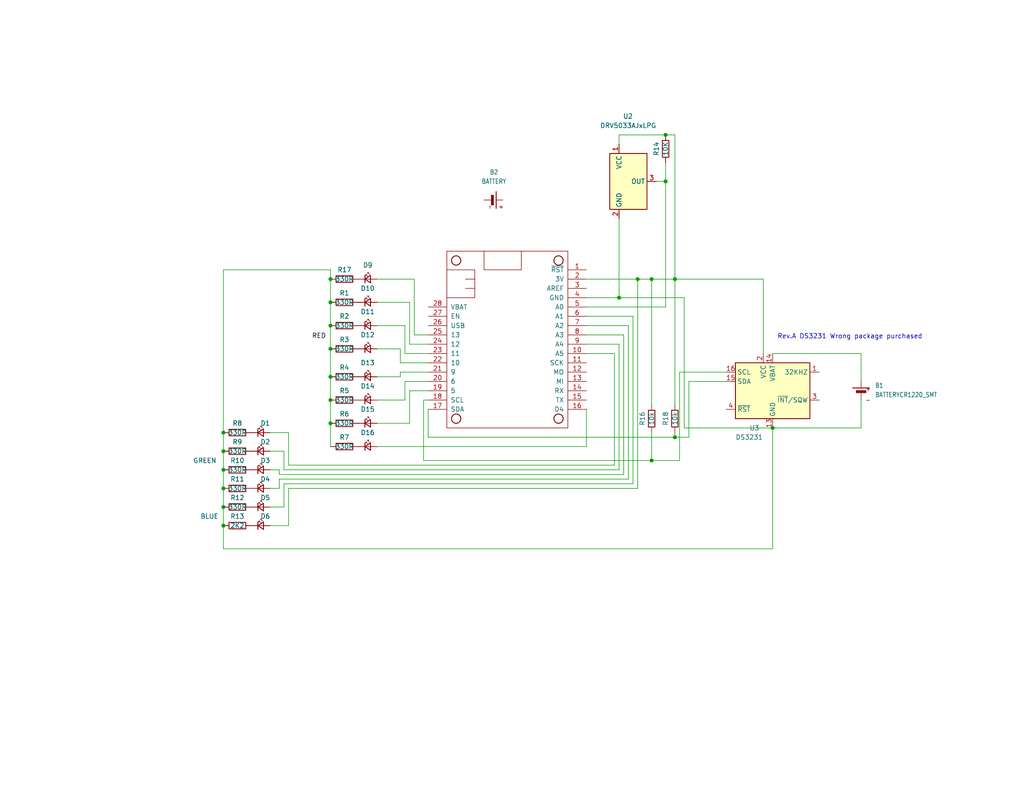
<source format=kicad_sch>
(kicad_sch (version 20230121) (generator eeschema)
  (paper "A")
  (title_block (title "Lunch n Learn Propeller clock") (date "1/21/2025") (rev "A") (company "Woods Hole Oceanographic Institution") (comment 1 "AVAST") (comment 2 "266 Woods Hole Road") (comment 3 "Woods Hole, MA 02543"))
  (lib_symbols
    (symbol "Adafruit:FEATHERWING" (pin_names (offset 1.016))
      (symbol "FEATHERWING_1_0"
        (polyline (pts (xy 0 0) (xy 48.26 0)))
        (polyline (pts (xy 0 12.7) (xy 0 0)))
        (polyline (pts (xy 0 22.86) (xy 0 12.7)))
        (polyline (pts (xy 0 22.86) (xy 5.08 22.86)))
        (polyline (pts (xy 0 33.02) (xy 0 22.86)))
        (polyline (pts (xy 5.08 12.7) (xy 0 12.7)))
        (polyline (pts (xy 5.08 22.86) (xy 5.08 12.7)))
        (polyline (pts (xy 5.08 25.4) (xy 7.62 25.4)))
        (polyline (pts (xy 5.08 33.02) (xy 0 33.02)))
        (polyline (pts (xy 5.08 33.02) (xy 5.08 25.4)))
        (polyline (pts (xy 7.62 25.4) (xy 10.16 25.4)))
        (polyline (pts (xy 7.62 27.94) (xy 7.62 25.4)))
        (polyline (pts (xy 10.16 25.4) (xy 12.7 25.4)))
        (polyline (pts (xy 10.16 27.94) (xy 10.16 25.4)))
        (polyline (pts (xy 12.7 25.4) (xy 12.7 33.02)))
        (polyline (pts (xy 12.7 33.02) (xy 5.08 33.02)))
        (polyline (pts (xy 48.26 0) (xy 48.26 33.02)))
        (polyline (pts (xy 48.26 33.02) (xy 12.7 33.02)))
        (circle (center 2.54 2.54) (radius 1.27) (stroke (width 0.254)))
        (circle (center 2.54 30.48) (radius 1.27) (stroke (width 0.254)))
        (circle (center 45.72 2.54) (radius 1.27) (stroke (width 0.254)))
        (circle (center 45.72 30.48) (radius 1.27) (stroke (width 0.254)))
        (pin input line (at 5.08 -5.08 90) (length 5.08) (name "~{RST}") (number "1"))
        (pin bidirectional line (at 27.94 -5.08 90) (length 5.08) (name "A5") (number "10"))
        (pin bidirectional line (at 30.48 -5.08 90) (length 5.08) (name "SCK") (number "11"))
        (pin bidirectional line (at 33.02 -5.08 90) (length 5.08) (name "MO") (number "12"))
        (pin bidirectional line (at 35.56 -5.08 90) (length 5.08) (name "MI") (number "13"))
        (pin bidirectional line (at 38.1 -5.08 90) (length 5.08) (name "RX") (number "14"))
        (pin bidirectional line (at 40.64 -5.08 90) (length 5.08) (name "TX") (number "15"))
        (pin passive line (at 43.18 -5.08 90) (length 5.08) (name "D4") (number "16"))
        (pin bidirectional line (at 43.18 38.1 270) (length 5.08) (name "SDA") (number "17"))
        (pin bidirectional line (at 40.64 38.1 270) (length 5.08) (name "SCL") (number "18"))
        (pin bidirectional line (at 38.1 38.1 270) (length 5.08) (name "5") (number "19"))
        (pin power_in line (at 7.62 -5.08 90) (length 5.08) (name "3V") (number "2"))
        (pin bidirectional line (at 35.56 38.1 270) (length 5.08) (name "6") (number "20"))
        (pin bidirectional line (at 33.02 38.1 270) (length 5.08) (name "9") (number "21"))
        (pin bidirectional line (at 30.48 38.1 270) (length 5.08) (name "10") (number "22"))
        (pin bidirectional line (at 27.94 38.1 270) (length 5.08) (name "11") (number "23"))
        (pin bidirectional line (at 25.4 38.1 270) (length 5.08) (name "12") (number "24"))
        (pin bidirectional line (at 22.86 38.1 270) (length 5.08) (name "13") (number "25"))
        (pin power_in line (at 20.32 38.1 270) (length 5.08) (name "USB") (number "26"))
        (pin passive line (at 17.78 38.1 270) (length 5.08) (name "EN") (number "27"))
        (pin power_in line (at 15.24 38.1 270) (length 5.08) (name "VBAT") (number "28"))
        (pin passive line (at 10.16 -5.08 90) (length 5.08) (name "AREF") (number "3"))
        (pin power_in line (at 12.7 -5.08 90) (length 5.08) (name "GND") (number "4"))
        (pin bidirectional line (at 15.24 -5.08 90) (length 5.08) (name "A0") (number "5"))
        (pin bidirectional line (at 17.78 -5.08 90) (length 5.08) (name "A1") (number "6"))
        (pin bidirectional line (at 20.32 -5.08 90) (length 5.08) (name "A2") (number "7"))
        (pin bidirectional line (at 22.86 -5.08 90) (length 5.08) (name "A3") (number "8"))
        (pin bidirectional line (at 25.4 -5.08 90) (length 5.08) (name "A4") (number "9"))
      )
    )
    (symbol "Arduino3231:BATTERY"
      (property "Reference" "B" (at -2.54 3.175 0))
      (property "Value" "BATTERY" (at -2.54 -5.08 0))
      (symbol "BATTERY_1_0"
        (polyline (pts (xy -2.54 0) (xy -0.635 0)) (stroke (width 0.1524)))
        (polyline (pts (xy -0.508 -1.27) (xy -0.508 1.27)) (stroke (width 0.254)))
        (polyline (pts (xy -0.508 1.27) (xy -0.254 1.27)) (stroke (width 0.254)))
        (polyline (pts (xy -0.254 -1.27) (xy -0.508 -1.27)) (stroke (width 0.254)))
        (polyline (pts (xy -0.254 1.27) (xy -0.254 -1.27)) (stroke (width 0.254)))
        (polyline (pts (xy -0.254 1.27) (xy 0 1.27)) (stroke (width 0.254)))
        (polyline (pts (xy 0 -1.27) (xy -0.254 -1.27)) (stroke (width 0.254)))
        (polyline (pts (xy 0 1.27) (xy 0 -1.27)) (stroke (width 0.254)))
        (polyline (pts (xy 0.762 2.286) (xy 0.762 -2.286)) (stroke (width 0.254)))
        (polyline (pts (xy 0.889 0) (xy 2.54 0)) (stroke (width 0.1524)))
        (text "+" (at 1.27 -1.143 900) (effects (font (size 1.27 1.0795)) (justify right top)))
        (text "-" (at -1.778 -1.143 900) (effects (font (size 1.27 1.0795)) (justify right top)))
        (pin passive line (at -2.54 0 0) (length 0) (name "-") (number "1"))
        (pin passive line (at 2.54 0 180) (length 0) (name "+") (number "2"))
      )
    )
    (symbol "Arduino3231:BATTERYCR1220_SMT"
      (property "Reference" "B1" (at 1.4344 -3.81 90))
      (property "Value" "BATTERYCR1220_SMT" (at -1.1056 -3.81 90))
      (symbol "BATTERYCR1220_SMT_1_0"
        (polyline (pts (xy -2.54 0) (xy -0.635 0)) (stroke (width 0.1524)))
        (polyline (pts (xy -0.508 -1.27) (xy -0.508 1.27)) (stroke (width 0.254)))
        (polyline (pts (xy -0.508 1.27) (xy -0.254 1.27)) (stroke (width 0.254)))
        (polyline (pts (xy -0.254 -1.27) (xy -0.508 -1.27)) (stroke (width 0.254)))
        (polyline (pts (xy -0.254 1.27) (xy -0.254 -1.27)) (stroke (width 0.254)))
        (polyline (pts (xy -0.254 1.27) (xy 0 1.27)) (stroke (width 0.254)))
        (polyline (pts (xy 0 -1.27) (xy -0.254 -1.27)) (stroke (width 0.254)))
        (polyline (pts (xy 0 1.27) (xy 0 -1.27)) (stroke (width 0.254)))
        (polyline (pts (xy 0.762 2.286) (xy 0.762 -2.286)) (stroke (width 0.254)))
        (polyline (pts (xy 0.889 0) (xy 2.54 0)) (stroke (width 0.1524)))
        (text "+" (at 1.27 -1.143 900) (effects (font (size 1.27 1.0795)) (justify right top)))
        (text "-" (at -1.778 -1.143 900) (effects (font (size 1.27 1.0795)) (justify right top)))
        (pin passive line (at 2.54 0 180) (length 0) (name "+") (number "+"))
        (pin passive line (at -2.54 0 0) (length 0) (name "-") (number "-"))
      )
    )
    (symbol "Device:LED_Small" (pin_numbers hide) (pin_names (offset 0.254) hide)
      (property "Reference" "D" (at -1.27 3.175 0))
      (property "Value" "LED_Small" (at -4.445 -2.54 0))
      (symbol "LED_Small_0_1"
        (polyline (pts (xy -0.762 -1.016) (xy -0.762 1.016)) (stroke (width 0.254)))
        (polyline (pts (xy 1.016 0) (xy -0.762 0)))
        (polyline (pts (xy 0.762 -1.016) (xy -0.762 0) (xy 0.762 1.016) (xy 0.762 -1.016)) (stroke (width 0.254)))
        (polyline (pts (xy 0 0.762) (xy -0.508 1.27) (xy -0.254 1.27) (xy -0.508 1.27) (xy -0.508 1.016)))
        (polyline (pts (xy 0.508 1.27) (xy 0 1.778) (xy 0.254 1.778) (xy 0 1.778) (xy 0 1.524)))
      )
      (symbol "LED_Small_1_1"
        (pin passive line (at -2.54 0 0) (length 1.778) (name "K") (number "1"))
        (pin passive line (at 2.54 0 180) (length 1.778) (name "A") (number "2"))
      )
    )
    (symbol "PCM_SL_Resistors:10k"
      (property "Reference" "R" (at 0 5.08 0))
      (property "Value" "10k" (at 0 2.54 0))
      (symbol "10k_0_1"
        (rectangle (start -2.286 0.889) (end 2.286 -0.889) (stroke (width 0.24)))
      )
      (symbol "10k_1_1"
        (pin passive line (at -3.81 0 0) (length 1.5) (name "") (number "1"))
        (pin passive line (at 3.81 0 180) (length 1.5) (name "~") (number "2"))
      )
    )
    (symbol "Sensor_Magnetic:DRV5033AJxLPG"
      (property "Reference" "U" (at 5.08 12.7 0))
      (property "Value" "DRV5033AJxLPG" (at 7.62 10.16 0))
      (symbol "DRV5033AJxLPG_1_1"
        (rectangle (start -5.08 7.62) (end 5.08 -7.62) (stroke (width 0.254)) (fill (type background)))
        (pin power_in line (at -2.54 10.16 270) (length 2.54) (name "VCC") (number "1"))
        (pin power_in line (at -2.54 -10.16 90) (length 2.54) (name "GND") (number "2"))
        (pin output line (at 7.62 0 180) (length 2.54) (name "OUT") (number "3"))
      )
    )
    (symbol "Timer_RTC:DS3231M"
      (property "Reference" "U" (at -7.62 8.89 0))
      (property "Value" "DS3231M" (at 10.16 8.89 0))
      (symbol "DS3231M_0_1"
        (rectangle (start -10.16 7.62) (end 10.16 -7.62) (stroke (width 0.254)) (fill (type background)))
      )
      (symbol "DS3231M_1_1"
        (pin open_collector line (at 12.7 5.08 180) (length 2.54) (name "32KHZ") (number "1"))
        (pin passive line (at 0 -10.16 90) (length 2.54) hide (name "GND") (number "10"))
        (pin passive line (at 0 -10.16 90) (length 2.54) hide (name "GND") (number "11"))
        (pin passive line (at 0 -10.16 90) (length 2.54) hide (name "GND") (number "12"))
        (pin power_in line (at 0 -10.16 90) (length 2.54) (name "GND") (number "13"))
        (pin power_in line (at 0 10.16 270) (length 2.54) (name "VBAT") (number "14"))
        (pin bidirectional line (at -12.7 2.54 0) (length 2.54) (name "SDA") (number "15"))
        (pin input line (at -12.7 5.08 0) (length 2.54) (name "SCL") (number "16"))
        (pin power_in line (at -2.54 10.16 270) (length 2.54) (name "VCC") (number "2"))
        (pin open_collector line (at 12.7 -2.54 180) (length 2.54) (name "~{INT}/SQW") (number "3"))
        (pin bidirectional line (at -12.7 -5.08 0) (length 2.54) (name "~{RST}") (number "4"))
        (pin passive line (at 0 -10.16 90) (length 2.54) hide (name "GND") (number "5"))
        (pin passive line (at 0 -10.16 90) (length 2.54) hide (name "GND") (number "6"))
        (pin passive line (at 0 -10.16 90) (length 2.54) hide (name "GND") (number "7"))
        (pin passive line (at 0 -10.16 90) (length 2.54) hide (name "GND") (number "8"))
        (pin passive line (at 0 -10.16 90) (length 2.54) hide (name "GND") (number "9"))
      )
    )
  )
  (junction (at 210.82 116.84))
  (junction (at 60.96 123.19))
  (junction (at 184.15 76.2))
  (junction (at 60.96 143.51))
  (junction (at 90.17 95.25))
  (junction (at 90.17 82.55))
  (junction (at 90.17 115.57))
  (junction (at 181.61 36.83))
  (junction (at 90.17 88.9))
  (junction (at 173.99 76.2))
  (junction (at 90.17 76.2))
  (junction (at 60.96 128.27))
  (junction (at 177.8 125.73))
  (junction (at 60.96 118.11))
  (junction (at 90.17 109.22))
  (junction (at 181.61 49.53))
  (junction (at 184.15 119.38))
  (junction (at 60.96 138.43))
  (junction (at 90.17 102.87))
  (junction (at 168.91 81.28))
  (junction (at 177.8 76.2))
  (junction (at 60.96 133.35))
  (wire (pts (xy 115.57 125.73) (xy 115.57 109.22)))
  (wire (pts (xy 60.96 118.11) (xy 60.96 123.19)))
  (wire (pts (xy 60.96 128.27) (xy 60.96 133.35)))
  (wire (pts (xy 160.02 86.36) (xy 172.72 86.36)))
  (wire (pts (xy 90.17 95.25) (xy 90.17 88.9)))
  (wire (pts (xy 185.42 101.6) (xy 185.42 125.73)))
  (wire (pts (xy 78.74 127) (xy 78.74 118.11)))
  (wire (pts (xy 210.82 116.84) (xy 186.69 116.84)))
  (wire (pts (xy 76.2 129.54) (xy 170.18 129.54)))
  (wire (pts (xy 160.02 76.2) (xy 173.99 76.2)))
  (wire (pts (xy 76.2 133.35) (xy 76.2 130.81)))
  (wire (pts (xy 168.91 59.69) (xy 168.91 81.28)))
  (wire (pts (xy 116.84 91.44) (xy 113.03 91.44)))
  (wire (pts (xy 210.82 116.84) (xy 234.95 116.84)))
  (wire (pts (xy 170.18 91.44) (xy 170.18 129.54)))
  (wire (pts (xy 116.84 99.06) (xy 109.22 99.06)))
  (wire (pts (xy 111.76 115.57) (xy 102.87 115.57)))
  (wire (pts (xy 116.84 111.76) (xy 116.84 119.38)))
  (wire (pts (xy 234.95 96.52) (xy 234.95 104.14)))
  (wire (pts (xy 113.03 91.44) (xy 113.03 76.2)))
  (wire (pts (xy 110.49 88.9) (xy 102.87 88.9)))
  (wire (pts (xy 160.02 88.9) (xy 171.45 88.9)))
  (wire (pts (xy 116.84 104.14) (xy 110.49 104.14)))
  (wire (pts (xy 168.91 36.83) (xy 181.61 36.83)))
  (wire (pts (xy 181.61 49.53) (xy 181.61 83.82)))
  (wire (pts (xy 111.76 106.68) (xy 111.76 115.57)))
  (wire (pts (xy 208.28 76.2) (xy 208.28 96.52)))
  (wire (pts (xy 78.74 118.11) (xy 73.66 118.11)))
  (wire (pts (xy 168.91 93.98) (xy 168.91 128.27)))
  (wire (pts (xy 76.2 133.35) (xy 73.66 133.35)))
  (wire (pts (xy 109.22 101.6) (xy 109.22 102.87)))
  (wire (pts (xy 90.17 102.87) (xy 90.17 95.25)))
  (wire (pts (xy 160.02 91.44) (xy 170.18 91.44)))
  (wire (pts (xy 109.22 95.25) (xy 102.87 95.25)))
  (wire (pts (xy 113.03 76.2) (xy 102.87 76.2)))
  (wire (pts (xy 77.47 123.19) (xy 77.47 128.27)))
  (wire (pts (xy 111.76 82.55) (xy 102.87 82.55)))
  (wire (pts (xy 210.82 96.52) (xy 234.95 96.52)))
  (wire (pts (xy 116.84 96.52) (xy 110.49 96.52)))
  (wire (pts (xy 184.15 76.2) (xy 184.15 36.83)))
  (wire (pts (xy 90.17 88.9) (xy 90.17 82.55)))
  (wire (pts (xy 185.42 125.73) (xy 177.8 125.73)))
  (wire (pts (xy 78.74 133.35) (xy 78.74 143.51)))
  (wire (pts (xy 110.49 96.52) (xy 110.49 88.9)))
  (wire (pts (xy 76.2 128.27) (xy 73.66 128.27)))
  (wire (pts (xy 116.84 93.98) (xy 111.76 93.98)))
  (wire (pts (xy 168.91 36.83) (xy 168.91 39.37)))
  (wire (pts (xy 90.17 121.92) (xy 90.17 115.57)))
  (wire (pts (xy 177.8 76.2) (xy 177.8 110.49)))
  (wire (pts (xy 110.49 109.22) (xy 102.87 109.22)))
  (wire (pts (xy 60.96 133.35) (xy 60.96 138.43)))
  (wire (pts (xy 179.07 49.53) (xy 181.61 49.53)))
  (wire (pts (xy 177.8 118.11) (xy 177.8 125.73)))
  (wire (pts (xy 77.47 138.43) (xy 73.66 138.43)))
  (wire (pts (xy 111.76 93.98) (xy 111.76 82.55)))
  (wire (pts (xy 210.82 149.86) (xy 60.96 149.86)))
  (wire (pts (xy 210.82 116.84) (xy 210.82 149.86)))
  (wire (pts (xy 77.47 132.08) (xy 172.72 132.08)))
  (wire (pts (xy 116.84 106.68) (xy 111.76 106.68)))
  (wire (pts (xy 160.02 96.52) (xy 167.64 96.52)))
  (wire (pts (xy 172.72 86.36) (xy 172.72 132.08)))
  (wire (pts (xy 116.84 101.6) (xy 109.22 101.6)))
  (wire (pts (xy 181.61 83.82) (xy 160.02 83.82)))
  (wire (pts (xy 184.15 76.2) (xy 208.28 76.2)))
  (wire (pts (xy 90.17 76.2) (xy 90.17 73.66)))
  (wire (pts (xy 77.47 132.08) (xy 77.47 138.43)))
  (wire (pts (xy 186.69 116.84) (xy 186.69 81.28)))
  (wire (pts (xy 181.61 44.45) (xy 181.61 49.53)))
  (wire (pts (xy 90.17 115.57) (xy 90.17 109.22)))
  (wire (pts (xy 60.96 138.43) (xy 60.96 143.51)))
  (wire (pts (xy 102.87 121.92) (xy 160.02 121.92)))
  (wire (pts (xy 76.2 128.27) (xy 76.2 129.54)))
  (wire (pts (xy 78.74 143.51) (xy 73.66 143.51)))
  (wire (pts (xy 73.66 123.19) (xy 77.47 123.19)))
  (wire (pts (xy 76.2 130.81) (xy 171.45 130.81)))
  (wire (pts (xy 109.22 99.06) (xy 109.22 95.25)))
  (wire (pts (xy 90.17 109.22) (xy 90.17 102.87)))
  (wire (pts (xy 187.96 119.38) (xy 187.96 104.14)))
  (wire (pts (xy 116.84 119.38) (xy 184.15 119.38)))
  (wire (pts (xy 160.02 93.98) (xy 168.91 93.98)))
  (wire (pts (xy 184.15 36.83) (xy 181.61 36.83)))
  (wire (pts (xy 77.47 128.27) (xy 168.91 128.27)))
  (wire (pts (xy 184.15 118.11) (xy 184.15 119.38)))
  (wire (pts (xy 60.96 73.66) (xy 60.96 118.11)))
  (wire (pts (xy 60.96 123.19) (xy 60.96 128.27)))
  (wire (pts (xy 109.22 102.87) (xy 102.87 102.87)))
  (wire (pts (xy 184.15 119.38) (xy 187.96 119.38)))
  (wire (pts (xy 185.42 101.6) (xy 198.12 101.6)))
  (wire (pts (xy 177.8 76.2) (xy 184.15 76.2)))
  (wire (pts (xy 168.91 81.28) (xy 186.69 81.28)))
  (wire (pts (xy 90.17 73.66) (xy 60.96 73.66)))
  (wire (pts (xy 78.74 133.35) (xy 173.99 133.35)))
  (wire (pts (xy 184.15 76.2) (xy 184.15 110.49)))
  (wire (pts (xy 173.99 76.2) (xy 173.99 133.35)))
  (wire (pts (xy 160.02 111.76) (xy 160.02 121.92)))
  (wire (pts (xy 234.95 116.84) (xy 234.95 109.22)))
  (wire (pts (xy 187.96 104.14) (xy 198.12 104.14)))
  (wire (pts (xy 167.64 96.52) (xy 167.64 127)))
  (wire (pts (xy 171.45 88.9) (xy 171.45 130.81)))
  (wire (pts (xy 115.57 109.22) (xy 116.84 109.22)))
  (wire (pts (xy 90.17 82.55) (xy 90.17 76.2)))
  (wire (pts (xy 78.74 127) (xy 167.64 127)))
  (wire (pts (xy 110.49 104.14) (xy 110.49 109.22)))
  (wire (pts (xy 60.96 149.86) (xy 60.96 143.51)))
  (wire (pts (xy 177.8 125.73) (xy 115.57 125.73)))
  (wire (pts (xy 173.99 76.2) (xy 177.8 76.2)))
  (wire (pts (xy 160.02 81.28) (xy 168.91 81.28)))
  (text "Rev.A DS3231 Wrong package purchased" (at 212.09 92.71 0) (effects (font (size 1.27 1.27)) (justify left bottom)))
  (label "RED" (at 85.09 92.71 0))
  (symbol (lib_id "PCM_SL_Resistors:10k") (at 184.15 114.3 90) (unit 1)
    (property "Reference" "R18" (at 181.61 114.3 0))
    (property "Value" "10k" (at 184.15 114.3 0))
    (property "Footprint" "Resistor_THT:R_Axial_DIN0207_L6.3mm_D2.5mm_P10.16mm_Horizontal" (effects hide))
    (property "Digikey" "CF14JT10K0" (effects hide))
  )
  (symbol (lib_id "Device:LED_Small") (at 71.12 143.51 0) (unit 1)
    (property "Reference" "D6" (at 72.39 140.97 0))
    (property "Value" "BLUE" (at 57.15 140.97 0))
    (property "Footprint" "LED_SMD:LED_1206_3216Metric_Pad1.42x1.75mm_HandSolder" (effects hide))
    (property "Digikey" "1497-1399-1-ND" (effects hide))
  )
  (symbol (lib_id "PCM_SL_Resistors:10k") (at 177.8 114.3 90) (unit 1)
    (property "Reference" "R16" (at 175.26 114.3 0))
    (property "Value" "10k" (at 177.8 114.3 0))
    (property "Footprint" "Resistor_THT:R_Axial_DIN0207_L6.3mm_D2.5mm_P10.16mm_Horizontal" (effects hide))
    (property "Digikey" "CF14JT10K0" (effects hide))
  )
  (symbol (lib_id "PCM_SL_Resistors:10k") (at 64.77 133.35 0) (mirror y) (unit 1)
    (property "Reference" "R11" (at 64.77 130.81 0))
    (property "Value" "330R" (at 64.77 133.35 0))
    (property "Footprint" "Resistor_THT:R_Axial_DIN0207_L6.3mm_D2.5mm_P10.16mm_Horizontal" (effects hide))
    (property "Digikey" "CF14JT330R" (effects hide))
  )
  (symbol (lib_id "Arduino3231:BATTERYCR1220_SMT") (at 234.95 106.68 90) (unit 1)
    (property "Reference" "B1" (at 238.76 105.2456 90) (effects (font (size 1.27 1.0795)) (justify right)))
    (property "Value" "BATTERYCR1220_SMT" (at 238.76 107.7856 90) (effects (font (size 1.27 1.0795)) (justify right)))
    (property "Footprint" "Adafruit:BAT_CR-1220_FCN" (effects hide))
    (property "Digikey" "P279-ND" (effects hide))
  )
  (symbol (lib_id "Adafruit:FEATHERWING") (at 154.94 68.58 90) (mirror x) (unit 1)
    (property "Reference" "MS1" (effects hide))
    (property "Value" "FEATHERWING" (effects hide))
    (property "Footprint" "AndriaSalas_LobsterHeartBeat:MODULE_FEATHER_M0_BASIC_PROTO" (effects hide))
    (property "Digikey" "1528-2538-ND" (effects hide))
  )
  (symbol (lib_id "PCM_SL_Resistors:10k") (at 93.98 95.25 0) (mirror y) (unit 1)
    (property "Reference" "R3" (at 93.98 92.71 0))
    (property "Value" "330R" (at 93.98 95.25 0))
    (property "Footprint" "Resistor_THT:R_Axial_DIN0207_L6.3mm_D2.5mm_P10.16mm_Horizontal" (effects hide))
    (property "Digikey" "CF14JT330R" (effects hide))
  )
  (symbol (lib_id "PCM_SL_Resistors:10k") (at 93.98 102.87 0) (mirror y) (unit 1)
    (property "Reference" "R4" (at 93.98 100.33 0))
    (property "Value" "330R" (at 93.98 102.87 0))
    (property "Footprint" "Resistor_THT:R_Axial_DIN0207_L6.3mm_D2.5mm_P10.16mm_Horizontal" (effects hide))
    (property "Digikey" "CF14JT330R" (effects hide))
  )
  (symbol (lib_id "Device:LED_Small") (at 100.33 102.87 0) (unit 1)
    (property "Reference" "D13" (at 100.33 99.06 0))
    (property "Value" "LED_Small" (effects hide))
    (property "Footprint" "LED_SMD:LED_1206_3216Metric_Pad1.42x1.75mm_HandSolder" (effects hide))
    (property "Digikey" "L62301CT-ND" (effects hide))
  )
  (symbol (lib_id "Device:LED_Small") (at 71.12 128.27 0) (unit 1)
    (property "Reference" "D3" (at 72.39 125.73 0))
    (property "Value" "LED_Small" (effects hide))
    (property "Footprint" "LED_SMD:LED_1206_3216Metric_Pad1.42x1.75mm_HandSolder" (effects hide))
    (property "Digikey" "1080-1419-1-ND" (effects hide))
  )
  (symbol (lib_id "Sensor_Magnetic:DRV5033AJxLPG") (at 171.45 49.53 0) (unit 1)
    (property "Reference" "U2" (at 172.72 31.75 0) (effects (justify right)))
    (property "Value" "DRV5033AJxLPG" (at 179.07 34.29 0) (effects (justify right)))
    (property "Footprint" "Package_TO_SOT_THT:TO-92_Inline" (effects hide))
    (property "Datasheet" "https://www.ti.com/lit/ds/symlink/drv5033.pdf" (effects hide))
    (property "Digikey" "296-DRV5033AJQLPGMCT-ND" (effects hide))
  )
  (symbol (lib_id "PCM_SL_Resistors:10k") (at 64.77 128.27 0) (mirror y) (unit 1)
    (property "Reference" "R10" (at 64.77 125.73 0))
    (property "Value" "330R" (at 64.77 128.27 0))
    (property "Footprint" "Resistor_THT:R_Axial_DIN0207_L6.3mm_D2.5mm_P10.16mm_Horizontal" (effects hide))
    (property "Digikey" "CF14JT330R" (effects hide))
  )
  (symbol (lib_id "PCM_SL_Resistors:10k") (at 93.98 115.57 0) (mirror y) (unit 1)
    (property "Reference" "R6" (at 93.98 113.03 0))
    (property "Value" "330R" (at 93.98 115.57 0))
    (property "Footprint" "Resistor_THT:R_Axial_DIN0207_L6.3mm_D2.5mm_P10.16mm_Horizontal" (effects hide))
    (property "Digikey" "CF14JT330R" (effects hide))
  )
  (symbol (lib_id "Device:LED_Small") (at 100.33 109.22 0) (unit 1)
    (property "Reference" "D14" (at 100.33 105.41 0))
    (property "Value" "LED_Small" (effects hide))
    (property "Footprint" "LED_SMD:LED_1206_3216Metric_Pad1.42x1.75mm_HandSolder" (effects hide))
    (property "Digikey" "L62301CT-ND" (effects hide))
  )
  (symbol (lib_id "Timer_RTC:DS3231M") (at 210.82 106.68 0) (unit 1)
    (property "Reference" "U3" (at 204.47 116.84 0) (effects (justify left)))
    (property "Value" "DS3231" (at 200.66 119.38 0) (effects (justify left)))
    (property "Footprint" "Package_SO:SO-16_5.3x10.2mm_P1.27mm" (effects hide))
    (property "Datasheet" "http://datasheets.maximintegrated.com/en/ds/DS3231.pdf" (effects hide))
    (property "Digikey" "DS3231M+TRLCT-ND" (effects hide))
  )
  (symbol (lib_id "Device:LED_Small") (at 100.33 82.55 0) (unit 1)
    (property "Reference" "D10" (at 100.33 78.74 0))
    (property "Value" "LED_Small" (effects hide))
    (property "Footprint" "LED_SMD:LED_1206_3216Metric_Pad1.42x1.75mm_HandSolder" (effects hide))
    (property "Digikey" "L62301CT-ND" (effects hide))
  )
  (symbol (lib_id "Device:LED_Small") (at 71.12 123.19 0) (unit 1)
    (property "Reference" "D2" (at 72.39 120.65 0))
    (property "Value" "LED_Small" (effects hide))
    (property "Footprint" "LED_SMD:LED_1206_3216Metric_Pad1.42x1.75mm_HandSolder" (effects hide))
    (property "Digikey" "1080-1419-1-ND" (effects hide))
  )
  (symbol (lib_id "Device:LED_Small") (at 100.33 88.9 0) (unit 1)
    (property "Reference" "D11" (at 100.33 85.09 0))
    (property "Value" "LED_Small" (effects hide))
    (property "Footprint" "LED_SMD:LED_1206_3216Metric_Pad1.42x1.75mm_HandSolder" (effects hide))
    (property "Digikey" "L62301CT-ND" (effects hide))
  )
  (symbol (lib_id "Device:LED_Small") (at 100.33 121.92 0) (unit 1)
    (property "Reference" "D16" (at 100.33 118.11 0))
    (property "Value" "LED_Small" (effects hide))
    (property "Footprint" "LED_SMD:LED_1206_3216Metric_Pad1.42x1.75mm_HandSolder" (effects hide))
    (property "Digikey" "L62301CT-ND" (effects hide))
  )
  (symbol (lib_id "PCM_SL_Resistors:10k") (at 181.61 40.64 90) (mirror x) (unit 1)
    (property "Reference" "R14" (at 179.07 40.64 0))
    (property "Value" "10K" (at 181.61 40.64 0))
    (property "Footprint" "Resistor_THT:R_Axial_DIN0207_L6.3mm_D2.5mm_P10.16mm_Horizontal" (effects hide))
    (property "Digikey" "CF14JT10K0" (effects hide))
  )
  (symbol (lib_id "Device:LED_Small") (at 71.12 138.43 0) (unit 1)
    (property "Reference" "D5" (at 72.39 135.89 0))
    (property "Value" "GREEN" (at 55.88 125.73 0))
    (property "Footprint" "LED_SMD:LED_1206_3216Metric_Pad1.42x1.75mm_HandSolder" (effects hide))
    (property "Digikey" "1080-1419-1-ND" (effects hide))
  )
  (symbol (lib_id "Device:LED_Small") (at 71.12 133.35 0) (unit 1)
    (property "Reference" "D4" (at 72.39 130.81 0))
    (property "Value" "LED_Small" (effects hide))
    (property "Footprint" "LED_SMD:LED_1206_3216Metric_Pad1.42x1.75mm_HandSolder" (effects hide))
    (property "Digikey" "1080-1419-1-ND" (effects hide))
  )
  (symbol (lib_id "PCM_SL_Resistors:10k") (at 64.77 118.11 0) (mirror y) (unit 1)
    (property "Reference" "R8" (at 64.77 115.57 0))
    (property "Value" "330R" (at 64.77 118.11 0))
    (property "Footprint" "Resistor_THT:R_Axial_DIN0207_L6.3mm_D2.5mm_P10.16mm_Horizontal" (effects hide))
    (property "Digikey" "CF14JT330R" (effects hide))
  )
  (symbol (lib_id "Device:LED_Small") (at 100.33 76.2 0) (unit 1)
    (property "Reference" "D9" (at 100.33 72.39 0))
    (property "Value" "LED_Small" (effects hide))
    (property "Footprint" "LED_SMD:LED_1206_3216Metric_Pad1.42x1.75mm_HandSolder" (effects hide))
    (property "Digikey" "L62301CT-ND" (effects hide))
  )
  (symbol (lib_id "Device:LED_Small") (at 71.12 118.11 0) (unit 1)
    (property "Reference" "D1" (at 72.39 115.57 0))
    (property "Value" "LED_Small" (effects hide))
    (property "Footprint" "LED_SMD:LED_1206_3216Metric_Pad1.42x1.75mm_HandSolder" (effects hide))
    (property "Digikey" "1080-1419-1-ND" (effects hide))
  )
  (symbol (lib_id "Device:LED_Small") (at 100.33 115.57 0) (unit 1)
    (property "Reference" "D15" (at 100.33 111.76 0))
    (property "Value" "LED_Small" (effects hide))
    (property "Footprint" "LED_SMD:LED_1206_3216Metric_Pad1.42x1.75mm_HandSolder" (effects hide))
    (property "Digikey" "L62301CT-ND" (effects hide))
  )
  (symbol (lib_id "PCM_SL_Resistors:10k") (at 93.98 109.22 0) (mirror y) (unit 1)
    (property "Reference" "R5" (at 93.98 106.68 0))
    (property "Value" "330R" (at 93.98 109.22 0))
    (property "Footprint" "Resistor_THT:R_Axial_DIN0207_L6.3mm_D2.5mm_P10.16mm_Horizontal" (effects hide))
    (property "Digikey" "CF14JT330R" (effects hide))
  )
  (symbol (lib_id "PCM_SL_Resistors:10k") (at 64.77 123.19 0) (mirror y) (unit 1)
    (property "Reference" "R9" (at 64.77 120.65 0))
    (property "Value" "330R" (at 64.77 123.19 0))
    (property "Footprint" "Resistor_THT:R_Axial_DIN0207_L6.3mm_D2.5mm_P10.16mm_Horizontal" (effects hide))
    (property "Digikey" "CF14JT330R" (effects hide))
  )
  (symbol (lib_id "Device:LED_Small") (at 100.33 95.25 0) (unit 1)
    (property "Reference" "D12" (at 100.33 91.44 0))
    (property "Value" "LED_Small" (effects hide))
    (property "Footprint" "LED_SMD:LED_1206_3216Metric_Pad1.42x1.75mm_HandSolder" (effects hide))
    (property "Digikey" "L62301CT-ND" (effects hide))
  )
  (symbol (lib_id "Arduino3231:BATTERY") (at 134.62 54.61 0) (unit 1)
    (property "Reference" "B2" (at 134.7843 46.99 0) (effects (font (size 1.27 1.0795))))
    (property "Value" "BATTERY" (at 134.7843 49.53 0) (effects (font (size 1.27 1.0795))))
    (property "Footprint" "Adafruit DS3231 RTC Breakout:JSTPH2" (effects hide))
    (property "Digikey" "1528-1841-ND" (effects hide))
  )
  (symbol (lib_id "PCM_SL_Resistors:10k") (at 93.98 82.55 0) (mirror y) (unit 1)
    (property "Reference" "R1" (at 93.98 80.01 0))
    (property "Value" "330R" (at 93.98 82.55 0))
    (property "Footprint" "Resistor_THT:R_Axial_DIN0207_L6.3mm_D2.5mm_P10.16mm_Horizontal" (effects hide))
    (property "Digikey" "CF14JT330R" (effects hide))
  )
  (symbol (lib_id "PCM_SL_Resistors:10k") (at 93.98 88.9 0) (mirror y) (unit 1)
    (property "Reference" "R2" (at 93.98 86.36 0))
    (property "Value" "330R" (at 93.98 88.9 0))
    (property "Footprint" "Resistor_THT:R_Axial_DIN0207_L6.3mm_D2.5mm_P10.16mm_Horizontal" (effects hide))
    (property "Digikey" "CF14JT330R" (effects hide))
  )
  (symbol (lib_id "PCM_SL_Resistors:10k") (at 93.98 76.2 0) (mirror y) (unit 1)
    (property "Reference" "R17" (at 93.98 73.66 0))
    (property "Value" "330R" (at 93.98 76.2 0))
    (property "Footprint" "Resistor_THT:R_Axial_DIN0207_L6.3mm_D2.5mm_P10.16mm_Horizontal" (effects hide))
    (property "Digikey" "CF14JT330R" (effects hide))
  )
  (symbol (lib_id "PCM_SL_Resistors:10k") (at 64.77 143.51 0) (mirror y) (unit 1)
    (property "Reference" "R13" (at 64.77 140.97 0))
    (property "Value" "2K2" (at 64.77 143.51 0))
    (property "Footprint" "Resistor_THT:R_Axial_DIN0207_L6.3mm_D2.5mm_P10.16mm_Horizontal" (effects hide))
    (property "Digikey" "CF14JT2K20" (effects hide))
  )
  (symbol (lib_id "PCM_SL_Resistors:10k") (at 93.98 121.92 0) (mirror y) (unit 1)
    (property "Reference" "R7" (at 93.98 119.38 0))
    (property "Value" "330R" (at 93.98 121.92 0))
    (property "Footprint" "Resistor_THT:R_Axial_DIN0207_L6.3mm_D2.5mm_P10.16mm_Horizontal" (effects hide))
    (property "Digikey" "CF14JT330R" (effects hide))
  )
  (symbol (lib_id "PCM_SL_Resistors:10k") (at 64.77 138.43 0) (mirror y) (unit 1)
    (property "Reference" "R12" (at 64.77 135.89 0))
    (property "Value" "330R" (at 64.77 138.43 0))
    (property "Footprint" "Resistor_THT:R_Axial_DIN0207_L6.3mm_D2.5mm_P10.16mm_Horizontal" (effects hide))
    (property "Digikey" "CF14JT330R" (effects hide))
  )
)
</source>
